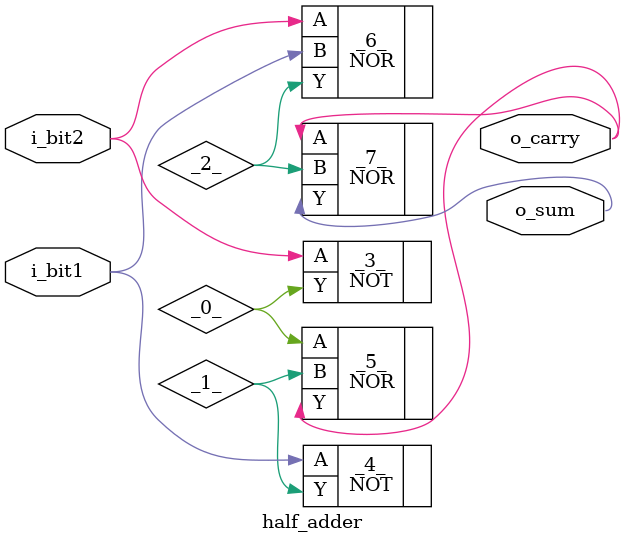
<source format=v>
/* Generated by Yosys 0.32 (git sha1 fbab08acf14, gcc 12.3.0 -fPIC -Os) */

(* top =  1  *)
(* src = "half-adder.v:2.1-18.10" *)
module half_adder(i_bit1, i_bit2, o_sum, o_carry);
  wire _0_;
  wire _1_;
  wire _2_;
  (* src = "half-adder.v:10.10-10.16" *)
  input i_bit1;
  wire i_bit1;
  (* src = "half-adder.v:11.10-11.16" *)
  input i_bit2;
  wire i_bit2;
  (* src = "half-adder.v:13.10-13.17" *)
  output o_carry;
  wire o_carry;
  (* src = "half-adder.v:12.10-12.15" *)
  output o_sum;
  wire o_sum;
  NOT _3_ (
    .A(i_bit2),
    .Y(_0_)
  );
  NOT _4_ (
    .A(i_bit1),
    .Y(_1_)
  );
  NOR _5_ (
    .A(_0_),
    .B(_1_),
    .Y(o_carry)
  );
  NOR _6_ (
    .A(i_bit2),
    .B(i_bit1),
    .Y(_2_)
  );
  NOR _7_ (
    .A(o_carry),
    .B(_2_),
    .Y(o_sum)
  );
endmodule

</source>
